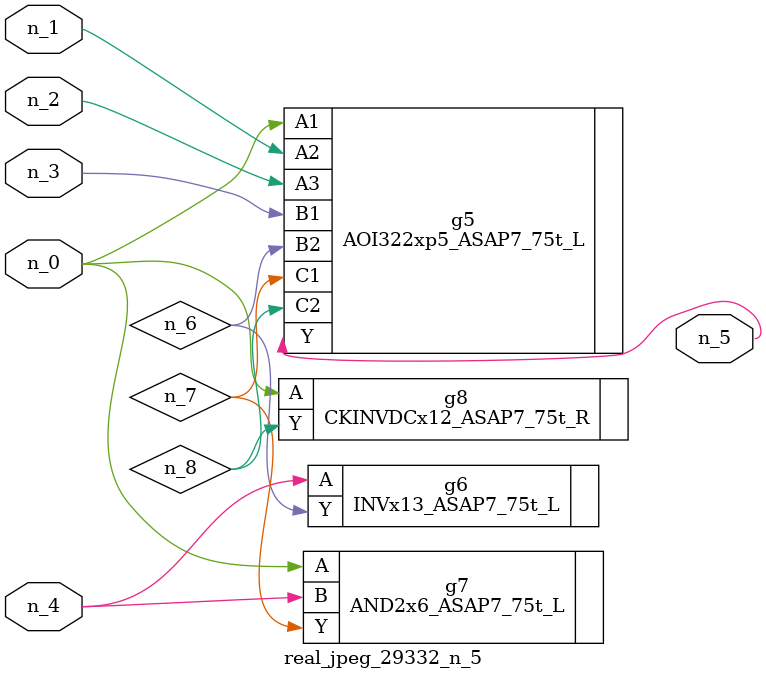
<source format=v>
module real_jpeg_29332_n_5 (n_4, n_0, n_1, n_2, n_3, n_5);

input n_4;
input n_0;
input n_1;
input n_2;
input n_3;

output n_5;

wire n_8;
wire n_6;
wire n_7;

AOI322xp5_ASAP7_75t_L g5 ( 
.A1(n_0),
.A2(n_1),
.A3(n_2),
.B1(n_3),
.B2(n_6),
.C1(n_7),
.C2(n_8),
.Y(n_5)
);

AND2x6_ASAP7_75t_L g7 ( 
.A(n_0),
.B(n_4),
.Y(n_7)
);

CKINVDCx12_ASAP7_75t_R g8 ( 
.A(n_0),
.Y(n_8)
);

INVx13_ASAP7_75t_L g6 ( 
.A(n_4),
.Y(n_6)
);


endmodule
</source>
